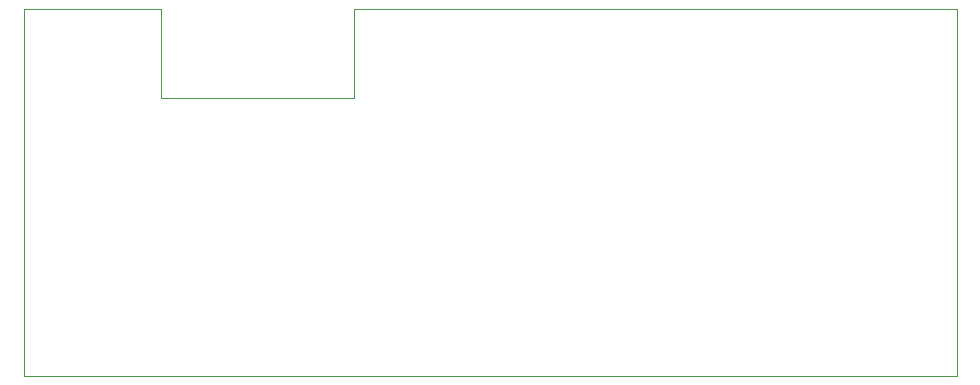
<source format=gm1>
G04 #@! TF.GenerationSoftware,KiCad,Pcbnew,5.1.5+dfsg1-2build2*
G04 #@! TF.CreationDate,2023-05-04T15:53:08+02:00*
G04 #@! TF.ProjectId,MBus_to_radio,4d427573-5f74-46f5-9f72-6164696f2e6b,rev?*
G04 #@! TF.SameCoordinates,Original*
G04 #@! TF.FileFunction,Profile,NP*
%FSLAX46Y46*%
G04 Gerber Fmt 4.6, Leading zero omitted, Abs format (unit mm)*
G04 Created by KiCad (PCBNEW 5.1.5+dfsg1-2build2) date 2023-05-04 15:53:08*
%MOMM*%
%LPD*%
G04 APERTURE LIST*
%ADD10C,0.050000*%
G04 APERTURE END LIST*
D10*
X167000000Y-82000000D02*
X167000000Y-51000000D01*
X88000000Y-82000000D02*
X167000000Y-82000000D01*
X88000000Y-51000000D02*
X88000000Y-82000000D01*
X99600000Y-51000000D02*
X88000000Y-51000000D01*
X99600000Y-58500000D02*
X99600000Y-51000000D01*
X116000000Y-58500000D02*
X99600000Y-58500000D01*
X116000000Y-51000000D02*
X116000000Y-58500000D01*
X167000000Y-51000000D02*
X116000000Y-51000000D01*
M02*

</source>
